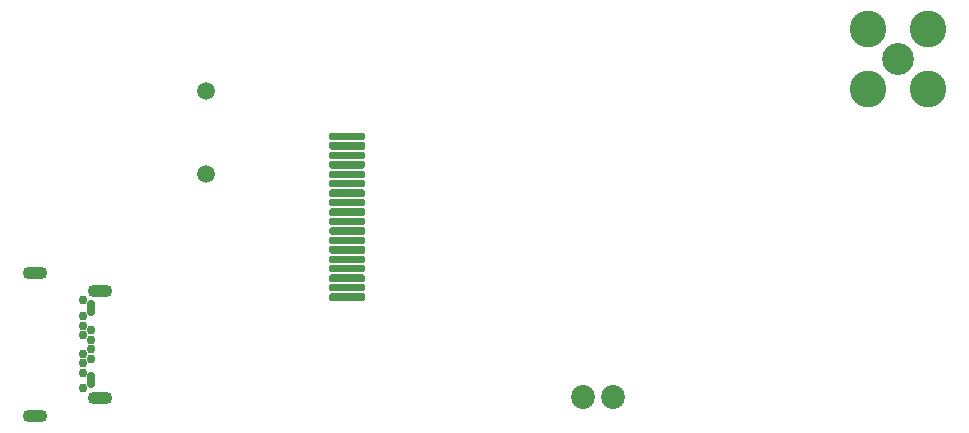
<source format=gbr>
%TF.GenerationSoftware,KiCad,Pcbnew,5.1.8-db9833491~88~ubuntu20.04.1*%
%TF.CreationDate,2020-12-01T22:06:41+01:00*%
%TF.ProjectId,licheepinano_sarau270,6c696368-6565-4706-996e-616e6f5f7361,V1.0*%
%TF.SameCoordinates,Original*%
%TF.FileFunction,Soldermask,Bot*%
%TF.FilePolarity,Negative*%
%FSLAX46Y46*%
G04 Gerber Fmt 4.6, Leading zero omitted, Abs format (unit mm)*
G04 Created by KiCad (PCBNEW 5.1.8-db9833491~88~ubuntu20.04.1) date 2020-12-01 22:06:41*
%MOMM*%
%LPD*%
G01*
G04 APERTURE LIST*
%ADD10C,1.499540*%
%ADD11C,2.020000*%
%ADD12C,2.700000*%
%ADD13C,3.100000*%
%ADD14O,0.747700X1.397940*%
%ADD15C,0.750000*%
%ADD16O,2.098980X1.098220*%
G04 APERTURE END LIST*
D10*
%TO.C,Con2*%
X117540000Y-87652420D03*
X117540000Y-94647580D03*
%TD*%
%TO.C,DIS1*%
G36*
G01*
X130872500Y-105405000D02*
X128107500Y-105405000D01*
G75*
G02*
X127950000Y-105247500I0J157500D01*
G01*
X127950000Y-104932500D01*
G75*
G02*
X128107500Y-104775000I157500J0D01*
G01*
X130872500Y-104775000D01*
G75*
G02*
X131030000Y-104932500I0J-157500D01*
G01*
X131030000Y-105247500D01*
G75*
G02*
X130872500Y-105405000I-157500J0D01*
G01*
G37*
G36*
G01*
X130872500Y-104605000D02*
X128107500Y-104605000D01*
G75*
G02*
X127950000Y-104447500I0J157500D01*
G01*
X127950000Y-104132500D01*
G75*
G02*
X128107500Y-103975000I157500J0D01*
G01*
X130872500Y-103975000D01*
G75*
G02*
X131030000Y-104132500I0J-157500D01*
G01*
X131030000Y-104447500D01*
G75*
G02*
X130872500Y-104605000I-157500J0D01*
G01*
G37*
G36*
G01*
X130872500Y-103005000D02*
X128107500Y-103005000D01*
G75*
G02*
X127950000Y-102847500I0J157500D01*
G01*
X127950000Y-102532500D01*
G75*
G02*
X128107500Y-102375000I157500J0D01*
G01*
X130872500Y-102375000D01*
G75*
G02*
X131030000Y-102532500I0J-157500D01*
G01*
X131030000Y-102847500D01*
G75*
G02*
X130872500Y-103005000I-157500J0D01*
G01*
G37*
G36*
G01*
X130872500Y-103805000D02*
X128107500Y-103805000D01*
G75*
G02*
X127950000Y-103647500I0J157500D01*
G01*
X127950000Y-103332500D01*
G75*
G02*
X128107500Y-103175000I157500J0D01*
G01*
X130872500Y-103175000D01*
G75*
G02*
X131030000Y-103332500I0J-157500D01*
G01*
X131030000Y-103647500D01*
G75*
G02*
X130872500Y-103805000I-157500J0D01*
G01*
G37*
G36*
G01*
X130872500Y-101405000D02*
X128107500Y-101405000D01*
G75*
G02*
X127950000Y-101247500I0J157500D01*
G01*
X127950000Y-100932500D01*
G75*
G02*
X128107500Y-100775000I157500J0D01*
G01*
X130872500Y-100775000D01*
G75*
G02*
X131030000Y-100932500I0J-157500D01*
G01*
X131030000Y-101247500D01*
G75*
G02*
X130872500Y-101405000I-157500J0D01*
G01*
G37*
G36*
G01*
X130872500Y-99805000D02*
X128107500Y-99805000D01*
G75*
G02*
X127950000Y-99647500I0J157500D01*
G01*
X127950000Y-99332500D01*
G75*
G02*
X128107500Y-99175000I157500J0D01*
G01*
X130872500Y-99175000D01*
G75*
G02*
X131030000Y-99332500I0J-157500D01*
G01*
X131030000Y-99647500D01*
G75*
G02*
X130872500Y-99805000I-157500J0D01*
G01*
G37*
G36*
G01*
X130872500Y-102205000D02*
X128107500Y-102205000D01*
G75*
G02*
X127950000Y-102047500I0J157500D01*
G01*
X127950000Y-101732500D01*
G75*
G02*
X128107500Y-101575000I157500J0D01*
G01*
X130872500Y-101575000D01*
G75*
G02*
X131030000Y-101732500I0J-157500D01*
G01*
X131030000Y-102047500D01*
G75*
G02*
X130872500Y-102205000I-157500J0D01*
G01*
G37*
G36*
G01*
X130872500Y-100605000D02*
X128107500Y-100605000D01*
G75*
G02*
X127950000Y-100447500I0J157500D01*
G01*
X127950000Y-100132500D01*
G75*
G02*
X128107500Y-99975000I157500J0D01*
G01*
X130872500Y-99975000D01*
G75*
G02*
X131030000Y-100132500I0J-157500D01*
G01*
X131030000Y-100447500D01*
G75*
G02*
X130872500Y-100605000I-157500J0D01*
G01*
G37*
G36*
G01*
X130872500Y-98205000D02*
X128107500Y-98205000D01*
G75*
G02*
X127950000Y-98047500I0J157500D01*
G01*
X127950000Y-97732500D01*
G75*
G02*
X128107500Y-97575000I157500J0D01*
G01*
X130872500Y-97575000D01*
G75*
G02*
X131030000Y-97732500I0J-157500D01*
G01*
X131030000Y-98047500D01*
G75*
G02*
X130872500Y-98205000I-157500J0D01*
G01*
G37*
G36*
G01*
X130872500Y-96605000D02*
X128107500Y-96605000D01*
G75*
G02*
X127950000Y-96447500I0J157500D01*
G01*
X127950000Y-96132500D01*
G75*
G02*
X128107500Y-95975000I157500J0D01*
G01*
X130872500Y-95975000D01*
G75*
G02*
X131030000Y-96132500I0J-157500D01*
G01*
X131030000Y-96447500D01*
G75*
G02*
X130872500Y-96605000I-157500J0D01*
G01*
G37*
G36*
G01*
X130872500Y-93405000D02*
X128107500Y-93405000D01*
G75*
G02*
X127950000Y-93247500I0J157500D01*
G01*
X127950000Y-92932500D01*
G75*
G02*
X128107500Y-92775000I157500J0D01*
G01*
X130872500Y-92775000D01*
G75*
G02*
X131030000Y-92932500I0J-157500D01*
G01*
X131030000Y-93247500D01*
G75*
G02*
X130872500Y-93405000I-157500J0D01*
G01*
G37*
G36*
G01*
X130872500Y-95805000D02*
X128107500Y-95805000D01*
G75*
G02*
X127950000Y-95647500I0J157500D01*
G01*
X127950000Y-95332500D01*
G75*
G02*
X128107500Y-95175000I157500J0D01*
G01*
X130872500Y-95175000D01*
G75*
G02*
X131030000Y-95332500I0J-157500D01*
G01*
X131030000Y-95647500D01*
G75*
G02*
X130872500Y-95805000I-157500J0D01*
G01*
G37*
G36*
G01*
X130872500Y-99005000D02*
X128107500Y-99005000D01*
G75*
G02*
X127950000Y-98847500I0J157500D01*
G01*
X127950000Y-98532500D01*
G75*
G02*
X128107500Y-98375000I157500J0D01*
G01*
X130872500Y-98375000D01*
G75*
G02*
X131030000Y-98532500I0J-157500D01*
G01*
X131030000Y-98847500D01*
G75*
G02*
X130872500Y-99005000I-157500J0D01*
G01*
G37*
G36*
G01*
X130872500Y-97405000D02*
X128107500Y-97405000D01*
G75*
G02*
X127950000Y-97247500I0J157500D01*
G01*
X127950000Y-96932500D01*
G75*
G02*
X128107500Y-96775000I157500J0D01*
G01*
X130872500Y-96775000D01*
G75*
G02*
X131030000Y-96932500I0J-157500D01*
G01*
X131030000Y-97247500D01*
G75*
G02*
X130872500Y-97405000I-157500J0D01*
G01*
G37*
G36*
G01*
X130872500Y-94205000D02*
X128107500Y-94205000D01*
G75*
G02*
X127950000Y-94047500I0J157500D01*
G01*
X127950000Y-93732500D01*
G75*
G02*
X128107500Y-93575000I157500J0D01*
G01*
X130872500Y-93575000D01*
G75*
G02*
X131030000Y-93732500I0J-157500D01*
G01*
X131030000Y-94047500D01*
G75*
G02*
X130872500Y-94205000I-157500J0D01*
G01*
G37*
G36*
G01*
X130872500Y-95005000D02*
X128107500Y-95005000D01*
G75*
G02*
X127950000Y-94847500I0J157500D01*
G01*
X127950000Y-94532500D01*
G75*
G02*
X128107500Y-94375000I157500J0D01*
G01*
X130872500Y-94375000D01*
G75*
G02*
X131030000Y-94532500I0J-157500D01*
G01*
X131030000Y-94847500D01*
G75*
G02*
X130872500Y-95005000I-157500J0D01*
G01*
G37*
G36*
G01*
X130872500Y-92605000D02*
X128107500Y-92605000D01*
G75*
G02*
X127950000Y-92447500I0J157500D01*
G01*
X127950000Y-92132500D01*
G75*
G02*
X128107500Y-91975000I157500J0D01*
G01*
X130872500Y-91975000D01*
G75*
G02*
X131030000Y-92132500I0J-157500D01*
G01*
X131030000Y-92447500D01*
G75*
G02*
X130872500Y-92605000I-157500J0D01*
G01*
G37*
G36*
G01*
X130872500Y-91805000D02*
X128107500Y-91805000D01*
G75*
G02*
X127950000Y-91647500I0J157500D01*
G01*
X127950000Y-91332500D01*
G75*
G02*
X128107500Y-91175000I157500J0D01*
G01*
X130872500Y-91175000D01*
G75*
G02*
X131030000Y-91332500I0J-157500D01*
G01*
X131030000Y-91647500D01*
G75*
G02*
X130872500Y-91805000I-157500J0D01*
G01*
G37*
%TD*%
D11*
%TO.C,C27*%
X149490000Y-113560000D03*
X151990000Y-113560000D03*
%TD*%
D12*
%TO.C,P1*%
X176130000Y-84890000D03*
D13*
X173590000Y-87430000D03*
X173590000Y-82350000D03*
X178670000Y-87430000D03*
X178670000Y-82350000D03*
%TD*%
D14*
%TO.C,Con3*%
X107804560Y-112148000D03*
D15*
X107103520Y-111497760D03*
X107103520Y-110697660D03*
X107804560Y-110298880D03*
X107103520Y-109897560D03*
X107804560Y-109498780D03*
X107804560Y-108701220D03*
X107103520Y-108302440D03*
X107804560Y-107901120D03*
X107103520Y-107502340D03*
X107103520Y-106702240D03*
D14*
X107804560Y-106052000D03*
D16*
X108604660Y-104601660D03*
X108604660Y-113598340D03*
X103105560Y-103026860D03*
X103105560Y-115173140D03*
D15*
X107103520Y-105376360D03*
X107103520Y-112823640D03*
%TD*%
M02*

</source>
